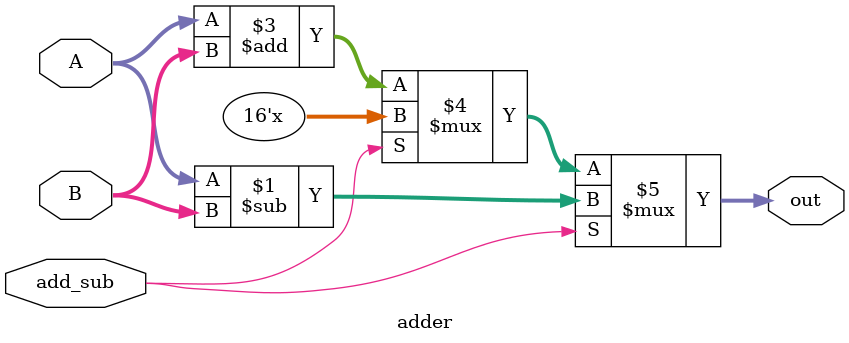
<source format=v>
module adder(
    input add_sub,
    input [15:0] A,B,
    output [15:0] out
    );
    
    assign out = (add_sub)?A-B:(~add_sub)?A+B:16'bx;
endmodule

</source>
